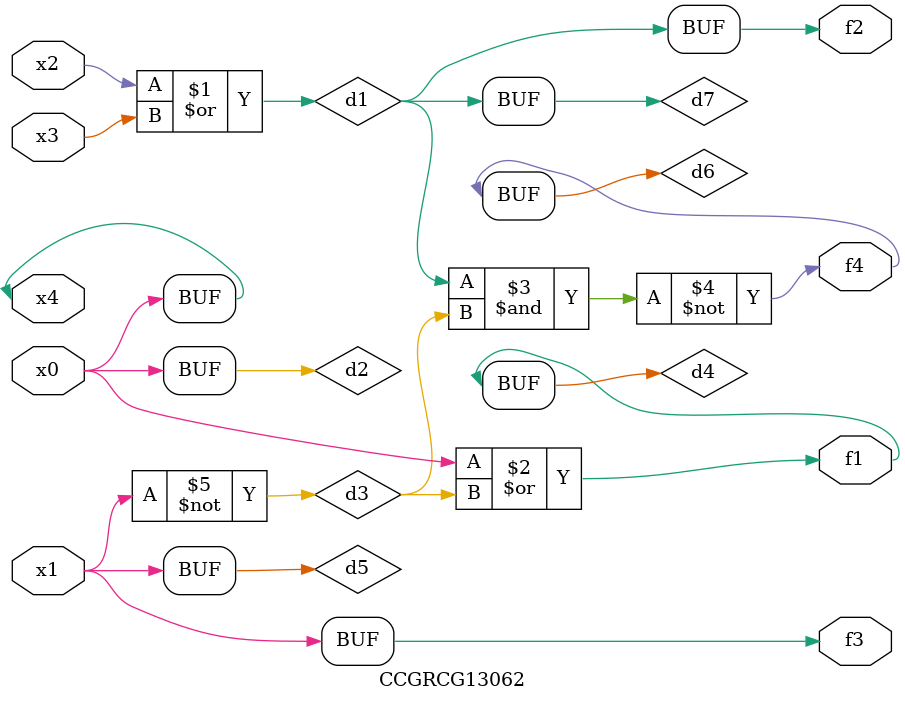
<source format=v>
module CCGRCG13062(
	input x0, x1, x2, x3, x4,
	output f1, f2, f3, f4
);

	wire d1, d2, d3, d4, d5, d6, d7;

	or (d1, x2, x3);
	buf (d2, x0, x4);
	not (d3, x1);
	or (d4, d2, d3);
	not (d5, d3);
	nand (d6, d1, d3);
	or (d7, d1);
	assign f1 = d4;
	assign f2 = d7;
	assign f3 = d5;
	assign f4 = d6;
endmodule

</source>
